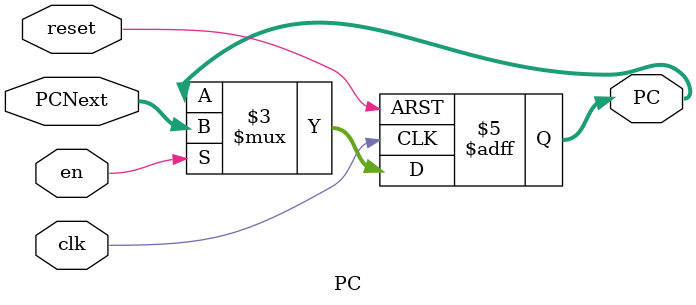
<source format=v>
`timescale 1ns / 1ps
module PC (
    input  wire        clk,
    input  wire        reset,
    input  wire        en,       // new: enable/PCWrite
    input  wire [31:0] PCNext,
    output reg  [31:0] PC
);

    always @(posedge clk or posedge reset) begin
        if (reset) PC <= 32'b0;
        else if (en) PC <= PCNext;
        else PC <= PC; // hold when en==0
    end

endmodule

</source>
